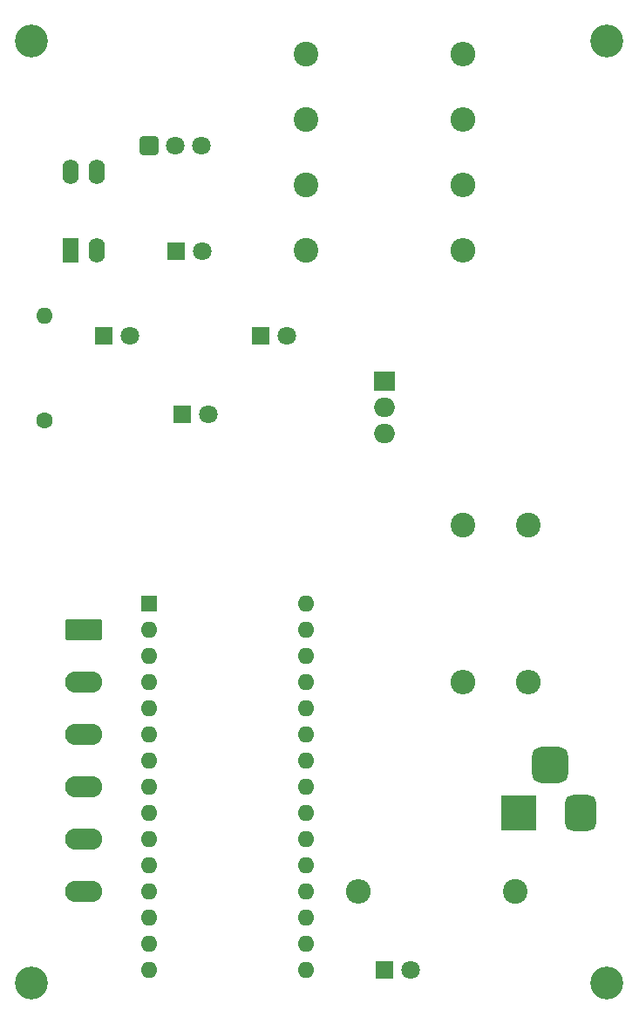
<source format=gbr>
%TF.GenerationSoftware,KiCad,Pcbnew,(5.99.0-9218-g05b559c9dc)*%
%TF.CreationDate,2021-02-22T21:08:47-05:00*%
%TF.ProjectId,LexaBlaster,4c657861-426c-4617-9374-65722e6b6963,rev?*%
%TF.SameCoordinates,Original*%
%TF.FileFunction,Soldermask,Bot*%
%TF.FilePolarity,Negative*%
%FSLAX46Y46*%
G04 Gerber Fmt 4.6, Leading zero omitted, Abs format (unit mm)*
G04 Created by KiCad (PCBNEW (5.99.0-9218-g05b559c9dc)) date 2021-02-22 21:08:47*
%MOMM*%
%LPD*%
G01*
G04 APERTURE LIST*
G04 Aperture macros list*
%AMRoundRect*
0 Rectangle with rounded corners*
0 $1 Rounding radius*
0 $2 $3 $4 $5 $6 $7 $8 $9 X,Y pos of 4 corners*
0 Add a 4 corners polygon primitive as box body*
4,1,4,$2,$3,$4,$5,$6,$7,$8,$9,$2,$3,0*
0 Add four circle primitives for the rounded corners*
1,1,$1+$1,$2,$3*
1,1,$1+$1,$4,$5*
1,1,$1+$1,$6,$7*
1,1,$1+$1,$8,$9*
0 Add four rect primitives between the rounded corners*
20,1,$1+$1,$2,$3,$4,$5,0*
20,1,$1+$1,$4,$5,$6,$7,0*
20,1,$1+$1,$6,$7,$8,$9,0*
20,1,$1+$1,$8,$9,$2,$3,0*%
G04 Aperture macros list end*
%ADD10C,1.600000*%
%ADD11O,1.600000X1.600000*%
%ADD12C,3.200000*%
%ADD13R,3.500000X3.500000*%
%ADD14RoundRect,0.750000X0.750000X1.000000X-0.750000X1.000000X-0.750000X-1.000000X0.750000X-1.000000X0*%
%ADD15RoundRect,0.875000X0.875000X0.875000X-0.875000X0.875000X-0.875000X-0.875000X0.875000X-0.875000X0*%
%ADD16C,2.400000*%
%ADD17O,2.400000X2.400000*%
%ADD18R,1.800000X1.800000*%
%ADD19C,1.800000*%
%ADD20RoundRect,0.249999X-1.550001X0.790001X-1.550001X-0.790001X1.550001X-0.790001X1.550001X0.790001X0*%
%ADD21O,3.600000X2.080000*%
%ADD22R,1.600000X2.400000*%
%ADD23O,1.600000X2.400000*%
%ADD24R,2.000000X1.905000*%
%ADD25O,2.000000X1.905000*%
%ADD26R,1.600000X1.600000*%
%ADD27RoundRect,0.250200X-0.649800X-0.649800X0.649800X-0.649800X0.649800X0.649800X-0.649800X0.649800X0*%
G04 APERTURE END LIST*
D10*
%TO.C,R8*%
X128270000Y-83820000D03*
D11*
X128270000Y-73660000D03*
%TD*%
D12*
%TO.C,H1*%
X127000000Y-46990000D03*
%TD*%
%TO.C,H2*%
X182880000Y-46990000D03*
%TD*%
D13*
%TO.C,J2*%
X174340000Y-121920000D03*
D14*
X180340000Y-121920000D03*
D15*
X177340000Y-117220000D03*
%TD*%
D16*
%TO.C,R5*%
X153670000Y-67310000D03*
D17*
X168910000Y-67310000D03*
%TD*%
D18*
%TO.C,D5*%
X161290000Y-137160000D03*
D19*
X163830000Y-137160000D03*
%TD*%
D16*
%TO.C,R1*%
X175260000Y-93980000D03*
D17*
X175260000Y-109220000D03*
%TD*%
D20*
%TO.C,J1*%
X132047500Y-104140000D03*
D21*
X132047500Y-109220000D03*
X132047500Y-114300000D03*
X132047500Y-119380000D03*
X132047500Y-124460000D03*
X132047500Y-129540000D03*
%TD*%
D12*
%TO.C,H3*%
X127000000Y-138430000D03*
%TD*%
D18*
%TO.C,D1*%
X149225000Y-75565000D03*
D19*
X151765000Y-75565000D03*
%TD*%
D18*
%TO.C,D4*%
X141605000Y-83185000D03*
D19*
X144145000Y-83185000D03*
%TD*%
D22*
%TO.C,Q1*%
X130810000Y-67310000D03*
D23*
X133350000Y-67310000D03*
X133350000Y-59690000D03*
X130810000Y-59690000D03*
%TD*%
D24*
%TO.C,U2*%
X161290000Y-80010000D03*
D25*
X161290000Y-82550000D03*
X161290000Y-85090000D03*
%TD*%
D16*
%TO.C,R2*%
X153670000Y-48260000D03*
D17*
X168910000Y-48260000D03*
%TD*%
D26*
%TO.C,A1*%
X138430000Y-101600000D03*
D11*
X138430000Y-104140000D03*
X138430000Y-106680000D03*
X138430000Y-109220000D03*
X138430000Y-111760000D03*
X138430000Y-114300000D03*
X138430000Y-116840000D03*
X138430000Y-119380000D03*
X138430000Y-121920000D03*
X138430000Y-124460000D03*
X138430000Y-127000000D03*
X138430000Y-129540000D03*
X138430000Y-132080000D03*
X138430000Y-134620000D03*
X138430000Y-137160000D03*
X153670000Y-137160000D03*
X153670000Y-134620000D03*
X153670000Y-132080000D03*
X153670000Y-129540000D03*
X153670000Y-127000000D03*
X153670000Y-124460000D03*
X153670000Y-121920000D03*
X153670000Y-119380000D03*
X153670000Y-116840000D03*
X153670000Y-114300000D03*
X153670000Y-111760000D03*
X153670000Y-109220000D03*
X153670000Y-106680000D03*
X153670000Y-104140000D03*
X153670000Y-101600000D03*
%TD*%
D16*
%TO.C,R7*%
X173990000Y-129540000D03*
D17*
X158750000Y-129540000D03*
%TD*%
D16*
%TO.C,R4*%
X153670000Y-60960000D03*
D17*
X168910000Y-60960000D03*
%TD*%
D18*
%TO.C,D3*%
X141040001Y-67410001D03*
D19*
X143580001Y-67410001D03*
%TD*%
D16*
%TO.C,R6*%
X168910000Y-93980000D03*
D17*
X168910000Y-109220000D03*
%TD*%
D18*
%TO.C,D2*%
X133985000Y-75565000D03*
D19*
X136525000Y-75565000D03*
%TD*%
D12*
%TO.C,H4*%
X182880000Y-138430000D03*
%TD*%
D16*
%TO.C,R3*%
X153670000Y-54610000D03*
D17*
X168910000Y-54610000D03*
%TD*%
D27*
%TO.C,U1*%
X138430000Y-57150000D03*
D19*
X140970000Y-57150000D03*
X143510000Y-57150000D03*
%TD*%
M02*

</source>
